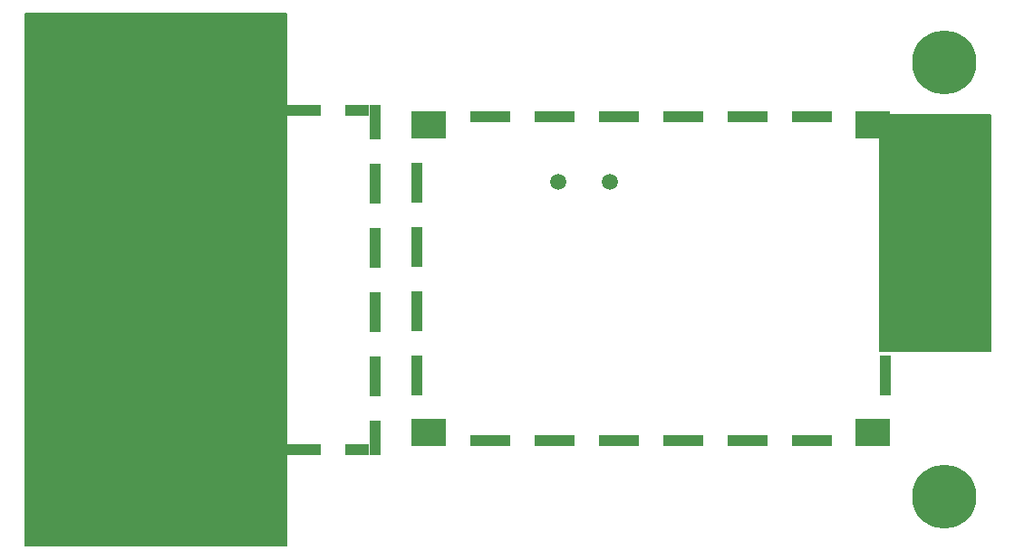
<source format=gbr>
%TF.GenerationSoftware,KiCad,Pcbnew,6.0.4-6f826c9f35~116~ubuntu20.04.1*%
%TF.CreationDate,2022-04-14T19:41:17+00:00*%
%TF.ProjectId,USTSIPIN01,55535453-4950-4494-9e30-312e6b696361,rev?*%
%TF.SameCoordinates,PX6384130PY6d19b00*%
%TF.FileFunction,Soldermask,Top*%
%TF.FilePolarity,Negative*%
%FSLAX46Y46*%
G04 Gerber Fmt 4.6, Leading zero omitted, Abs format (unit mm)*
G04 Created by KiCad (PCBNEW 6.0.4-6f826c9f35~116~ubuntu20.04.1) date 2022-04-14 19:41:17*
%MOMM*%
%LPD*%
G01*
G04 APERTURE LIST*
%ADD10C,0.150000*%
%ADD11C,6.000000*%
%ADD12R,1.524000X1.524000*%
%ADD13C,1.524000*%
%ADD14R,3.800000X1.000000*%
%ADD15R,1.000000X3.800000*%
%ADD16R,3.300000X2.550000*%
%ADD17R,1.000000X1.000000*%
%ADD18R,1.000000X2.300000*%
%ADD19R,2.300000X1.000000*%
%ADD20C,1.500000*%
G04 APERTURE END LIST*
D10*
G36*
X24677000Y196000D02*
G01*
X293000Y196000D01*
X293000Y49980000D01*
X24677000Y49980000D01*
X24677000Y196000D01*
G37*
X24677000Y196000D02*
X293000Y196000D01*
X293000Y49980000D01*
X24677000Y49980000D01*
X24677000Y196000D01*
D11*
%TO.C,M2*%
X86145000Y45408000D03*
%TD*%
%TO.C,M3*%
X4865000Y45408000D03*
%TD*%
%TO.C,M4*%
X4865000Y4768000D03*
%TD*%
D12*
%TO.C,J1*%
X84748000Y25596000D03*
X87288000Y25596000D03*
%TD*%
%TO.C,J2*%
X84748000Y28136000D03*
X87288000Y28136000D03*
%TD*%
%TO.C,J3*%
X84748000Y23056000D03*
X87288000Y23056000D03*
%TD*%
D13*
%TO.C,D2*%
X15145000Y33878000D03*
X10145000Y33878000D03*
%TD*%
D12*
%TO.C,J4*%
X84748000Y35756000D03*
%TD*%
%TO.C,J5*%
X87288000Y35756000D03*
%TD*%
%TO.C,J6*%
X84748000Y33216000D03*
%TD*%
%TO.C,J7*%
X87288000Y33216000D03*
%TD*%
%TO.C,J19*%
X84748000Y30676000D03*
X87288000Y30676000D03*
%TD*%
D11*
%TO.C,M1*%
X86145000Y4768000D03*
%TD*%
D14*
%TO.C,M5*%
X49761000Y40336000D03*
X67761000Y40336000D03*
X43761000Y40336000D03*
D15*
X80661000Y22186000D03*
X36861000Y34186000D03*
X80661000Y34186000D03*
D16*
X79511000Y39561000D03*
D14*
X49761000Y10036000D03*
X67761000Y10036000D03*
D16*
X79511000Y10811000D03*
X38011000Y10811000D03*
D14*
X61761000Y10036000D03*
X61761000Y40336000D03*
X55761000Y40336000D03*
X73761000Y10036000D03*
D15*
X36861000Y16186000D03*
D14*
X43761000Y10036000D03*
D15*
X80661000Y28186000D03*
X36861000Y22186000D03*
D14*
X73761000Y40336000D03*
D15*
X80661000Y16186000D03*
X36861000Y28186000D03*
D14*
X55761000Y10036000D03*
D16*
X38011000Y39561000D03*
%TD*%
D14*
%TO.C,M8*%
X26057000Y9188000D03*
D15*
X1157000Y22088000D03*
D17*
X32957000Y9188000D03*
D14*
X8057000Y40988000D03*
X26057000Y40988000D03*
X14057000Y40988000D03*
D15*
X32957000Y34088000D03*
D14*
X20057000Y40988000D03*
D15*
X1157000Y28088000D03*
X32957000Y22088000D03*
D18*
X32957000Y10838000D03*
D15*
X1157000Y16088000D03*
D19*
X31307000Y9188000D03*
D14*
X20057000Y9188000D03*
D15*
X1157000Y34088000D03*
D14*
X8057000Y9188000D03*
D17*
X1157000Y40988000D03*
X1157000Y9188000D03*
D15*
X32957000Y16088000D03*
D18*
X1157000Y39338000D03*
X1157000Y10838000D03*
D19*
X31307000Y40988000D03*
D15*
X32957000Y28088000D03*
D14*
X14057000Y9188000D03*
D17*
X32957000Y40988000D03*
D18*
X32957000Y39338000D03*
D19*
X2807000Y40988000D03*
X2807000Y9188000D03*
%TD*%
D20*
%TO.C,Y1*%
X50077000Y34232000D03*
X54957000Y34232000D03*
%TD*%
G36*
X90532121Y40561998D02*
G01*
X90578614Y40508342D01*
X90590000Y40456000D01*
X90590000Y18483000D01*
X90569998Y18414879D01*
X90516342Y18368386D01*
X90464000Y18357000D01*
X80175000Y18357000D01*
X80106879Y18377002D01*
X80060386Y18430658D01*
X80049000Y18483000D01*
X80049000Y40456000D01*
X80069002Y40524121D01*
X80122658Y40570614D01*
X80175000Y40582000D01*
X90464000Y40582000D01*
X90532121Y40561998D01*
G37*
M02*

</source>
